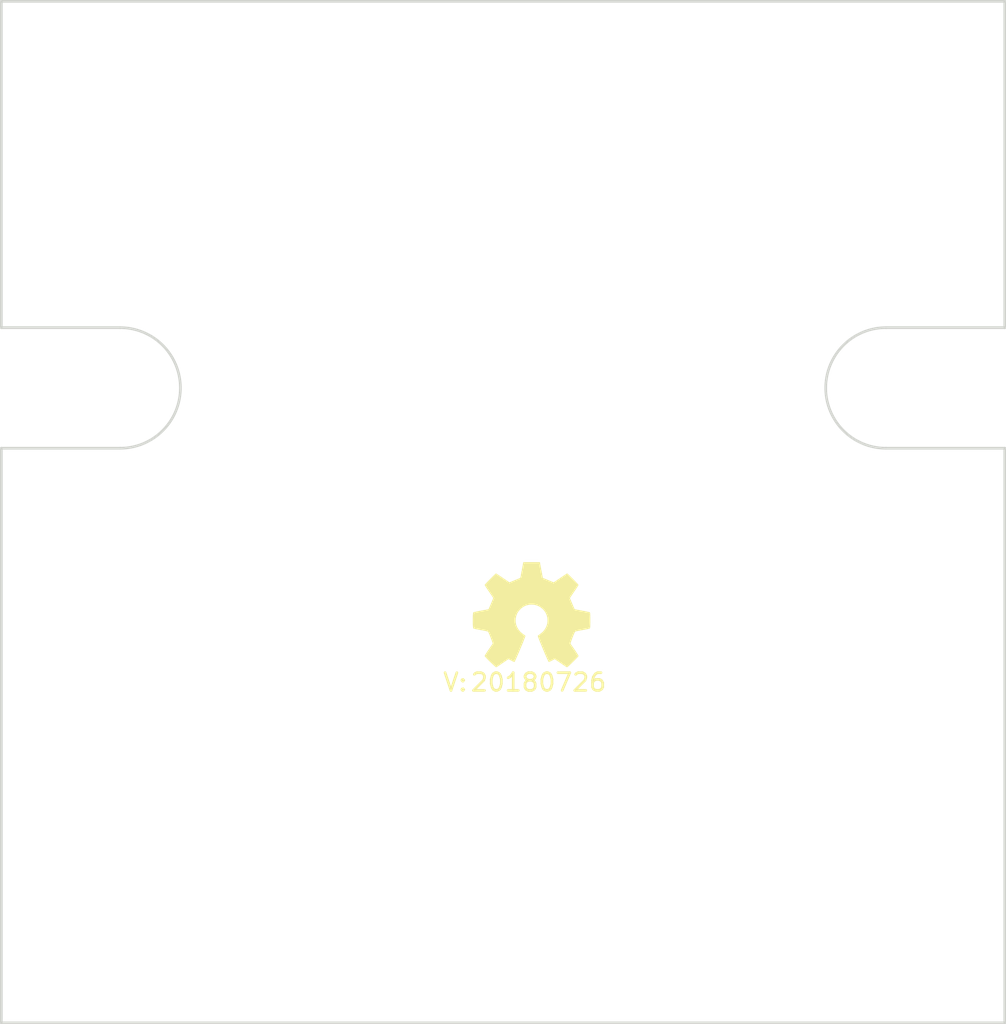
<source format=kicad_pcb>
(kicad_pcb (version 20171130) (host pcbnew 5.0.0-fee4fd1~65~ubuntu18.04.1)

  (general
    (thickness 1.6)
    (drawings 12)
    (tracks 0)
    (zones 0)
    (modules 6)
    (nets 1)
  )

  (page A4)
  (layers
    (0 F.Cu signal)
    (31 B.Cu signal)
    (32 B.Adhes user)
    (33 F.Adhes user)
    (34 B.Paste user)
    (35 F.Paste user)
    (36 B.SilkS user)
    (37 F.SilkS user)
    (38 B.Mask user)
    (39 F.Mask user)
    (40 Dwgs.User user)
    (41 Cmts.User user)
    (42 Eco1.User user)
    (43 Eco2.User user)
    (44 Edge.Cuts user)
    (45 Margin user)
    (46 B.CrtYd user)
    (47 F.CrtYd user)
    (48 B.Fab user)
    (49 F.Fab user)
  )

  (setup
    (last_trace_width 0.127)
    (user_trace_width 0.15)
    (user_trace_width 0.2)
    (user_trace_width 0.3)
    (user_trace_width 0.4)
    (user_trace_width 0.6)
    (user_trace_width 1)
    (user_trace_width 1.5)
    (user_trace_width 2)
    (trace_clearance 0.127)
    (zone_clearance 0.508)
    (zone_45_only no)
    (trace_min 0.127)
    (segment_width 0.2)
    (edge_width 0.15)
    (via_size 0.6)
    (via_drill 0.3)
    (via_min_size 0.6)
    (via_min_drill 0.3)
    (user_via 0.6 0.3)
    (user_via 0.65 0.4)
    (user_via 0.75 0.6)
    (user_via 0.95 0.8)
    (user_via 1.3 1)
    (user_via 1.5 1.2)
    (user_via 1.7 1.4)
    (user_via 1.9 1.6)
    (uvia_size 0.6)
    (uvia_drill 0.3)
    (uvias_allowed no)
    (uvia_min_size 0.381)
    (uvia_min_drill 0.254)
    (pcb_text_width 0.3)
    (pcb_text_size 1.5 1.5)
    (mod_edge_width 0.15)
    (mod_text_size 1 1)
    (mod_text_width 0.15)
    (pad_size 1.524 1.524)
    (pad_drill 0.762)
    (pad_to_mask_clearance 0.2)
    (aux_axis_origin 0 0)
    (visible_elements FFFFFF7F)
    (pcbplotparams
      (layerselection 0x00030_80000001)
      (usegerberextensions false)
      (usegerberattributes false)
      (usegerberadvancedattributes false)
      (creategerberjobfile false)
      (excludeedgelayer true)
      (linewidth 0.100000)
      (plotframeref false)
      (viasonmask false)
      (mode 1)
      (useauxorigin false)
      (hpglpennumber 1)
      (hpglpenspeed 20)
      (hpglpendiameter 15.000000)
      (psnegative false)
      (psa4output false)
      (plotreference true)
      (plotvalue true)
      (plotinvisibletext false)
      (padsonsilk false)
      (subtractmaskfromsilk false)
      (outputformat 1)
      (mirror false)
      (drillshape 1)
      (scaleselection 1)
      (outputdirectory ""))
  )

  (net 0 "")

  (net_class Default "This is the default net class."
    (clearance 0.127)
    (trace_width 0.127)
    (via_dia 0.6)
    (via_drill 0.3)
    (uvia_dia 0.6)
    (uvia_drill 0.3)
  )

  (module Symbols:OSHW-Symbol_6.7x6mm_SilkScreen (layer F.Cu) (tedit 0) (tstamp 5A135134)
    (at 54.5 164)
    (descr "Open Source Hardware Symbol")
    (tags "Logo Symbol OSHW")
    (path /5A135869)
    (attr virtual)
    (fp_text reference N1 (at 0 0) (layer F.SilkS) hide
      (effects (font (size 1 1) (thickness 0.15)))
    )
    (fp_text value OHWLOGO (at 0.75 0) (layer F.Fab) hide
      (effects (font (size 1 1) (thickness 0.15)))
    )
    (fp_poly (pts (xy 0.555814 -2.531069) (xy 0.639635 -2.086445) (xy 0.94892 -1.958947) (xy 1.258206 -1.831449)
      (xy 1.629246 -2.083754) (xy 1.733157 -2.154004) (xy 1.827087 -2.216728) (xy 1.906652 -2.269062)
      (xy 1.96747 -2.308143) (xy 2.005157 -2.331107) (xy 2.015421 -2.336058) (xy 2.03391 -2.323324)
      (xy 2.07342 -2.288118) (xy 2.129522 -2.234938) (xy 2.197787 -2.168282) (xy 2.273786 -2.092646)
      (xy 2.353092 -2.012528) (xy 2.431275 -1.932426) (xy 2.503907 -1.856836) (xy 2.566559 -1.790255)
      (xy 2.614803 -1.737182) (xy 2.64421 -1.702113) (xy 2.651241 -1.690377) (xy 2.641123 -1.66874)
      (xy 2.612759 -1.621338) (xy 2.569129 -1.552807) (xy 2.513218 -1.467785) (xy 2.448006 -1.370907)
      (xy 2.410219 -1.31565) (xy 2.341343 -1.214752) (xy 2.28014 -1.123701) (xy 2.229578 -1.04703)
      (xy 2.192628 -0.989272) (xy 2.172258 -0.954957) (xy 2.169197 -0.947746) (xy 2.176136 -0.927252)
      (xy 2.195051 -0.879487) (xy 2.223087 -0.811168) (xy 2.257391 -0.729011) (xy 2.295109 -0.63973)
      (xy 2.333387 -0.550042) (xy 2.36937 -0.466662) (xy 2.400206 -0.396306) (xy 2.423039 -0.34569)
      (xy 2.435017 -0.321529) (xy 2.435724 -0.320578) (xy 2.454531 -0.315964) (xy 2.504618 -0.305672)
      (xy 2.580793 -0.290713) (xy 2.677865 -0.272099) (xy 2.790643 -0.250841) (xy 2.856442 -0.238582)
      (xy 2.97695 -0.215638) (xy 3.085797 -0.193805) (xy 3.177476 -0.174278) (xy 3.246481 -0.158252)
      (xy 3.287304 -0.146921) (xy 3.295511 -0.143326) (xy 3.303548 -0.118994) (xy 3.310033 -0.064041)
      (xy 3.31497 0.015108) (xy 3.318364 0.112026) (xy 3.320218 0.220287) (xy 3.320538 0.333465)
      (xy 3.319327 0.445135) (xy 3.31659 0.548868) (xy 3.312331 0.638241) (xy 3.306555 0.706826)
      (xy 3.299267 0.748197) (xy 3.294895 0.75681) (xy 3.268764 0.767133) (xy 3.213393 0.781892)
      (xy 3.136107 0.799352) (xy 3.04423 0.81778) (xy 3.012158 0.823741) (xy 2.857524 0.852066)
      (xy 2.735375 0.874876) (xy 2.641673 0.89308) (xy 2.572384 0.907583) (xy 2.523471 0.919292)
      (xy 2.490897 0.929115) (xy 2.470628 0.937956) (xy 2.458626 0.946724) (xy 2.456947 0.948457)
      (xy 2.440184 0.976371) (xy 2.414614 1.030695) (xy 2.382788 1.104777) (xy 2.34726 1.191965)
      (xy 2.310583 1.285608) (xy 2.275311 1.379052) (xy 2.243996 1.465647) (xy 2.219193 1.53874)
      (xy 2.203454 1.591678) (xy 2.199332 1.617811) (xy 2.199676 1.618726) (xy 2.213641 1.640086)
      (xy 2.245322 1.687084) (xy 2.291391 1.754827) (xy 2.348518 1.838423) (xy 2.413373 1.932982)
      (xy 2.431843 1.959854) (xy 2.497699 2.057275) (xy 2.55565 2.146163) (xy 2.602538 2.221412)
      (xy 2.635207 2.27792) (xy 2.6505 2.310581) (xy 2.651241 2.314593) (xy 2.638392 2.335684)
      (xy 2.602888 2.377464) (xy 2.549293 2.435445) (xy 2.482171 2.505135) (xy 2.406087 2.582045)
      (xy 2.325604 2.661683) (xy 2.245287 2.739561) (xy 2.169699 2.811186) (xy 2.103405 2.87207)
      (xy 2.050969 2.917721) (xy 2.016955 2.94365) (xy 2.007545 2.947883) (xy 1.985643 2.937912)
      (xy 1.9408 2.91102) (xy 1.880321 2.871736) (xy 1.833789 2.840117) (xy 1.749475 2.782098)
      (xy 1.649626 2.713784) (xy 1.549473 2.645579) (xy 1.495627 2.609075) (xy 1.313371 2.4858)
      (xy 1.160381 2.56852) (xy 1.090682 2.604759) (xy 1.031414 2.632926) (xy 0.991311 2.648991)
      (xy 0.981103 2.651226) (xy 0.968829 2.634722) (xy 0.944613 2.588082) (xy 0.910263 2.515609)
      (xy 0.867588 2.421606) (xy 0.818394 2.310374) (xy 0.76449 2.186215) (xy 0.707684 2.053432)
      (xy 0.649782 1.916327) (xy 0.592593 1.779202) (xy 0.537924 1.646358) (xy 0.487584 1.522098)
      (xy 0.44338 1.410725) (xy 0.407119 1.316539) (xy 0.380609 1.243844) (xy 0.365658 1.196941)
      (xy 0.363254 1.180833) (xy 0.382311 1.160286) (xy 0.424036 1.126933) (xy 0.479706 1.087702)
      (xy 0.484378 1.084599) (xy 0.628264 0.969423) (xy 0.744283 0.835053) (xy 0.83143 0.685784)
      (xy 0.888699 0.525913) (xy 0.915086 0.359737) (xy 0.909585 0.191552) (xy 0.87119 0.025655)
      (xy 0.798895 -0.133658) (xy 0.777626 -0.168513) (xy 0.666996 -0.309263) (xy 0.536302 -0.422286)
      (xy 0.390064 -0.506997) (xy 0.232808 -0.562806) (xy 0.069057 -0.589126) (xy -0.096667 -0.58537)
      (xy -0.259838 -0.55095) (xy -0.415935 -0.485277) (xy -0.560433 -0.387765) (xy -0.605131 -0.348187)
      (xy -0.718888 -0.224297) (xy -0.801782 -0.093876) (xy -0.858644 0.052315) (xy -0.890313 0.197088)
      (xy -0.898131 0.35986) (xy -0.872062 0.52344) (xy -0.814755 0.682298) (xy -0.728856 0.830906)
      (xy -0.617014 0.963735) (xy -0.481877 1.075256) (xy -0.464117 1.087011) (xy -0.40785 1.125508)
      (xy -0.365077 1.158863) (xy -0.344628 1.18016) (xy -0.344331 1.180833) (xy -0.348721 1.203871)
      (xy -0.366124 1.256157) (xy -0.394732 1.33339) (xy -0.432735 1.431268) (xy -0.478326 1.545491)
      (xy -0.529697 1.671758) (xy -0.585038 1.805767) (xy -0.642542 1.943218) (xy -0.700399 2.079808)
      (xy -0.756802 2.211237) (xy -0.809942 2.333205) (xy -0.85801 2.441409) (xy -0.899199 2.531549)
      (xy -0.931699 2.599323) (xy -0.953703 2.64043) (xy -0.962564 2.651226) (xy -0.98964 2.642819)
      (xy -1.040303 2.620272) (xy -1.105817 2.587613) (xy -1.141841 2.56852) (xy -1.294832 2.4858)
      (xy -1.477088 2.609075) (xy -1.570125 2.672228) (xy -1.671985 2.741727) (xy -1.767438 2.807165)
      (xy -1.81525 2.840117) (xy -1.882495 2.885273) (xy -1.939436 2.921057) (xy -1.978646 2.942938)
      (xy -1.991381 2.947563) (xy -2.009917 2.935085) (xy -2.050941 2.900252) (xy -2.110475 2.846678)
      (xy -2.184542 2.777983) (xy -2.269165 2.697781) (xy -2.322685 2.646286) (xy -2.416319 2.554286)
      (xy -2.497241 2.471999) (xy -2.562177 2.402945) (xy -2.607858 2.350644) (xy -2.631011 2.318616)
      (xy -2.633232 2.312116) (xy -2.622924 2.287394) (xy -2.594439 2.237405) (xy -2.550937 2.167212)
      (xy -2.495577 2.081875) (xy -2.43152 1.986456) (xy -2.413303 1.959854) (xy -2.346927 1.863167)
      (xy -2.287378 1.776117) (xy -2.237984 1.703595) (xy -2.202075 1.650493) (xy -2.182981 1.621703)
      (xy -2.181136 1.618726) (xy -2.183895 1.595782) (xy -2.198538 1.545336) (xy -2.222513 1.474041)
      (xy -2.253266 1.388547) (xy -2.288244 1.295507) (xy -2.324893 1.201574) (xy -2.360661 1.113399)
      (xy -2.392994 1.037634) (xy -2.419338 0.980931) (xy -2.437142 0.949943) (xy -2.438407 0.948457)
      (xy -2.449294 0.939601) (xy -2.467682 0.930843) (xy -2.497606 0.921277) (xy -2.543103 0.909996)
      (xy -2.608209 0.896093) (xy -2.696961 0.878663) (xy -2.813393 0.856798) (xy -2.961542 0.829591)
      (xy -2.993618 0.823741) (xy -3.088686 0.805374) (xy -3.171565 0.787405) (xy -3.23493 0.771569)
      (xy -3.271458 0.7596) (xy -3.276356 0.75681) (xy -3.284427 0.732072) (xy -3.290987 0.67679)
      (xy -3.296033 0.597389) (xy -3.299559 0.500296) (xy -3.301561 0.391938) (xy -3.302036 0.27874)
      (xy -3.300977 0.167128) (xy -3.298382 0.063529) (xy -3.294246 -0.025632) (xy -3.288563 -0.093928)
      (xy -3.281331 -0.134934) (xy -3.276971 -0.143326) (xy -3.252698 -0.151792) (xy -3.197426 -0.165565)
      (xy -3.116662 -0.18345) (xy -3.015912 -0.204252) (xy -2.900683 -0.226777) (xy -2.837902 -0.238582)
      (xy -2.718787 -0.260849) (xy -2.612565 -0.281021) (xy -2.524427 -0.298085) (xy -2.459566 -0.311031)
      (xy -2.423174 -0.318845) (xy -2.417184 -0.320578) (xy -2.407061 -0.34011) (xy -2.385662 -0.387157)
      (xy -2.355839 -0.454997) (xy -2.320445 -0.536909) (xy -2.282332 -0.626172) (xy -2.244353 -0.716065)
      (xy -2.20936 -0.799865) (xy -2.180206 -0.870853) (xy -2.159743 -0.922306) (xy -2.150823 -0.947503)
      (xy -2.150657 -0.948604) (xy -2.160769 -0.968481) (xy -2.189117 -1.014223) (xy -2.232723 -1.081283)
      (xy -2.288606 -1.165116) (xy -2.353787 -1.261174) (xy -2.391679 -1.31635) (xy -2.460725 -1.417519)
      (xy -2.52205 -1.50937) (xy -2.572663 -1.587256) (xy -2.609571 -1.646531) (xy -2.629782 -1.682549)
      (xy -2.632701 -1.690623) (xy -2.620153 -1.709416) (xy -2.585463 -1.749543) (xy -2.533063 -1.806507)
      (xy -2.467384 -1.875815) (xy -2.392856 -1.952969) (xy -2.313913 -2.033475) (xy -2.234983 -2.112837)
      (xy -2.1605 -2.18656) (xy -2.094894 -2.250148) (xy -2.042596 -2.299106) (xy -2.008039 -2.328939)
      (xy -1.996478 -2.336058) (xy -1.977654 -2.326047) (xy -1.932631 -2.297922) (xy -1.865787 -2.254546)
      (xy -1.781499 -2.198782) (xy -1.684144 -2.133494) (xy -1.610707 -2.083754) (xy -1.239667 -1.831449)
      (xy -0.621095 -2.086445) (xy -0.537275 -2.531069) (xy -0.453454 -2.975693) (xy 0.471994 -2.975693)
      (xy 0.555814 -2.531069)) (layer F.SilkS) (width 0.01))
  )

  (module SquantorPcbOutline:MountingHole_3.2mm_no_metal locked (layer F.Cu) (tedit 5B50D1B0) (tstamp 5B50D9E4)
    (at 38.9 144.2)
    (path /5B50D036)
    (fp_text reference H1 (at 0 -3) (layer F.SilkS) hide
      (effects (font (size 1 1) (thickness 0.15)))
    )
    (fp_text value Drill_Hole_no_metal (at 0 3) (layer F.Fab) hide
      (effects (font (size 1 1) (thickness 0.15)))
    )
    (pad "" np_thru_hole circle (at 0 0) (size 3.2 3.2) (drill 3.2) (layers *.Cu *.Mask))
  )

  (module SquantorPcbOutline:MountingHole_3.2mm_no_metal locked (layer F.Cu) (tedit 5B50D19B) (tstamp 5B50D9E9)
    (at 66.9 144.2)
    (path /5B50D091)
    (fp_text reference H2 (at 0 -3) (layer F.SilkS) hide
      (effects (font (size 1 1) (thickness 0.15)))
    )
    (fp_text value Drill_Hole_no_metal (at 0 3) (layer F.Fab) hide
      (effects (font (size 1 1) (thickness 0.15)))
    )
    (pad "" np_thru_hole circle (at 0 0) (size 3.2 3.2) (drill 3.2) (layers *.Cu *.Mask))
  )

  (module SquantorPcbOutline:MountingHole_3.2mm_no_metal locked (layer F.Cu) (tedit 5B50D1B9) (tstamp 5B50D9EE)
    (at 38.9 172.2)
    (path /5B50D0D9)
    (fp_text reference H3 (at 0 -3) (layer F.SilkS) hide
      (effects (font (size 1 1) (thickness 0.15)))
    )
    (fp_text value Drill_Hole_no_metal (at 0 3) (layer F.Fab) hide
      (effects (font (size 1 1) (thickness 0.15)))
    )
    (pad "" np_thru_hole circle (at 0 0) (size 3.2 3.2) (drill 3.2) (layers *.Cu *.Mask))
  )

  (module SquantorPcbOutline:MountingHole_3.2mm_no_metal locked (layer F.Cu) (tedit 5B50D1C2) (tstamp 5B50D9F3)
    (at 66.9 172.2)
    (path /5B50D104)
    (fp_text reference H4 (at 0 -3) (layer F.SilkS) hide
      (effects (font (size 1 1) (thickness 0.15)))
    )
    (fp_text value Drill_Hole_no_metal (at 0 3) (layer F.Fab) hide
      (effects (font (size 1 1) (thickness 0.15)))
    )
    (pad "" np_thru_hole circle (at 0 0) (size 3.2 3.2) (drill 3.2) (layers *.Cu *.Mask))
  )

  (module SquantorLabels:Label_version (layer F.Cu) (tedit 5B5A1E49) (tstamp 5B5E023E)
    (at 55.1 167.9)
    (path /5A1357A5)
    (fp_text reference N2 (at 0 1.4) (layer F.Fab) hide
      (effects (font (size 1 1) (thickness 0.15)))
    )
    (fp_text value 20180726 (at -0.2 -0.1) (layer F.SilkS)
      (effects (font (size 1 1) (thickness 0.15)))
    )
    (fp_text user V: (at -4.9 -0.1) (layer F.SilkS)
      (effects (font (size 1 1) (thickness 0.15)))
    )
  )

  (gr_arc (start 74.5 151.2) (end 74.5 154.6) (angle 180) (layer Edge.Cuts) (width 0.15) (tstamp 5B50DA52))
  (gr_arc (start 31.3 151.2) (end 31.3 147.8) (angle 180) (layer Edge.Cuts) (width 0.15))
  (gr_line (start 24.6 147.8) (end 24.6 129.4) (layer Edge.Cuts) (width 0.15))
  (gr_line (start 31.3 147.8) (end 24.6 147.8) (layer Edge.Cuts) (width 0.15))
  (gr_line (start 24.6 154.6) (end 31.3 154.6) (layer Edge.Cuts) (width 0.15))
  (gr_line (start 24.6 187) (end 24.6 154.6) (layer Edge.Cuts) (width 0.15))
  (gr_line (start 81.2 187) (end 24.6 187) (layer Edge.Cuts) (width 0.15))
  (gr_line (start 81.2 154.6) (end 81.2 187) (layer Edge.Cuts) (width 0.15))
  (gr_line (start 74.5 154.6) (end 81.2 154.6) (layer Edge.Cuts) (width 0.15))
  (gr_line (start 81.2 147.8) (end 74.5 147.8) (layer Edge.Cuts) (width 0.15))
  (gr_line (start 81.2 129.4) (end 81.2 147.8) (layer Edge.Cuts) (width 0.15))
  (gr_line (start 24.6 129.4) (end 81.2 129.4) (layer Edge.Cuts) (width 0.15))

)

</source>
